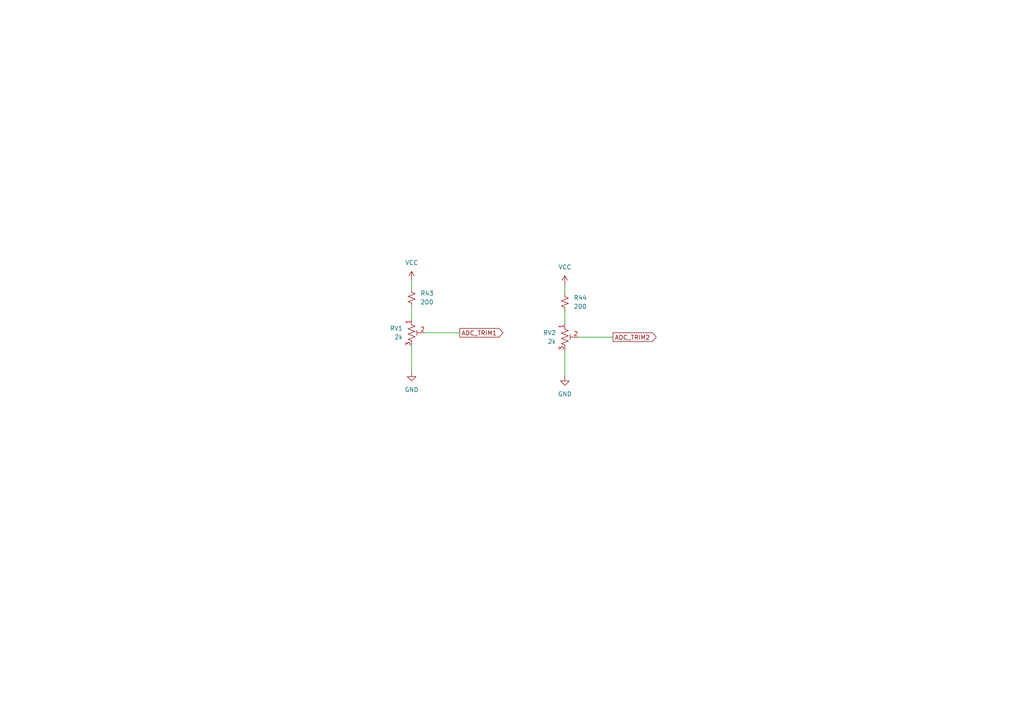
<source format=kicad_sch>
(kicad_sch (version 20250114) (generator "eeschema") (generator_version "9.0")
  (paper "A4")
  (lib_symbols
    (symbol "Device:R_Potentiometer_Trim_US" (pin_names (offset 1.016) (hide yes))
      (property "Reference" "RV" (at -4.445 0 90))
      (property "Value" "R_Potentiometer_Trim_US" (at -2.54 0 90))
      (symbol "R_Potentiometer_Trim_US_0_1"
        (polyline (pts (xy 0 2.286) (xy 0 2.54)))
        (polyline (pts (xy 0 2.286) (xy 1.016 1.905) (xy 0 1.524) (xy -1.016 1.143) (xy 0 0.762)))
        (polyline (pts (xy 0 0.762) (xy 1.016 0.381) (xy 0 0) (xy -1.016 -0.381) (xy 0 -0.762)))
        (polyline (pts (xy 0 -0.762) (xy 1.016 -1.143) (xy 0 -1.524) (xy -1.016 -1.905) (xy 0 -2.286)))
        (polyline (pts (xy 0 -2.286) (xy 0 -2.54)))
        (polyline (pts (xy 1.524 0.762) (xy 1.524 -0.762)))
        (polyline (pts (xy 2.54 0) (xy 1.524 0)))
      )
      (symbol "R_Potentiometer_Trim_US_1_1"
        (pin passive line (at 0 3.81 270) (length 1.27) (name "1") (number "1"))
        (pin passive line (at 0 -3.81 90) (length 1.27) (name "3") (number "3"))
        (pin passive line (at 3.81 0 180) (length 1.27) (name "2") (number "2"))
      )
    )
    (symbol "Device:R_Small_US" (pin_numbers (hide yes)) (pin_names (offset 0.254) (hide yes))
      (property "Reference" "R" (at 0.762 0.508 0))
      (property "Value" "R_Small_US" (at 0.762 -1.016 0))
      (symbol "R_Small_US_1_1"
        (polyline (pts (xy 0 1.524) (xy 1.016 1.143) (xy 0 0.762) (xy -1.016 0.381) (xy 0 0)))
        (polyline (pts (xy 0 0) (xy 1.016 -0.381) (xy 0 -0.762) (xy -1.016 -1.143) (xy 0 -1.524)))
        (pin passive line (at 0 2.54 270) (length 1.016) (name "~") (number "1"))
        (pin passive line (at 0 -2.54 90) (length 1.016) (name "~") (number "2"))
      )
    )
    (symbol "power:GND" (power) (pin_numbers (hide yes)) (pin_names (offset 0) (hide yes))
      (property "Value" "GND" (at 0 -3.81 0))
      (symbol "GND_0_1"
        (polyline (pts (xy 0 0) (xy 0 -1.27) (xy 1.27 -1.27) (xy 0 -2.54) (xy -1.27 -1.27) (xy 0 -1.27)))
      )
      (symbol "GND_1_1"
        (pin power_in line (at 0 0 270) (length 0) (name "~") (number "1"))
      )
    )
    (symbol "power:VCC" (power) (pin_numbers (hide yes)) (pin_names (offset 0) (hide yes))
      (property "Value" "VCC" (at 0 3.556 0))
      (symbol "VCC_0_1"
        (polyline (pts (xy -0.762 1.27) (xy 0 2.54)))
        (polyline (pts (xy 0 2.54) (xy 0.762 1.27)))
        (polyline (pts (xy 0 0) (xy 0 2.54)))
      )
      (symbol "VCC_1_1"
        (pin power_in line (at 0 0 90) (length 0) (name "~") (number "1"))
      )
    )
  )
  (wire (pts (xy 123.19 96.52) (xy 133.35 96.52)))
  (wire (pts (xy 163.83 101.6) (xy 163.83 109.22)))
  (wire (pts (xy 119.38 88.9) (xy 119.38 92.71)))
  (wire (pts (xy 163.83 82.55) (xy 163.83 85.09)))
  (wire (pts (xy 167.64 97.79) (xy 177.8 97.79)))
  (wire (pts (xy 119.38 81.28) (xy 119.38 83.82)))
  (wire (pts (xy 163.83 90.17) (xy 163.83 93.98)))
  (wire (pts (xy 119.38 100.33) (xy 119.38 107.95)))
  (global_label "ADC_TRIM1" (shape output) (at 133.35 96.52 0) (property "Intersheetrefs" "${INTERSHEET_REFS}" (effects (hide yes))))
  (global_label "ADC_TRIM2" (shape output) (at 177.8 97.79 0) (property "Intersheetrefs" "${INTERSHEET_REFS}" (effects (hide yes))))
  (symbol (lib_id "Device:R_Small_US") (at 119.38 86.36 0) (unit 1)
    (property "Reference" "R43" (at 121.92 85.0899 0) (effects (justify left)))
    (property "Value" "200" (at 121.92 87.6299 0) (effects (justify left)))
    (property "Description" "Resistor, small US symbol" (effects (hide yes)))
  )
  (symbol (lib_id "power:VCC") (at 163.83 82.55 0) (unit 1)
    (property "Reference" "#PWR027" (effects (hide yes)))
    (property "Value" "VCC" (at 163.83 77.47 0))
    (property "Description" "Power symbol creates a global label with name \"VCC\"" (effects (hide yes)))
  )
  (symbol (lib_id "Device:R_Potentiometer_Trim_US") (at 163.83 97.79 0) (unit 1)
    (property "Reference" "RV2" (at 161.29 96.5199 0) (effects (justify right)))
    (property "Value" "2k" (at 161.29 99.0599 0) (effects (justify right)))
    (property "Datasheet" "https://www.digikey.com.br/pt/products/detail/bourns-inc/TC33X-2-202E/612860" (effects (hide yes)))
    (property "Description" "Trim-potentiometer, US symbol" (effects (hide yes)))
  )
  (symbol (lib_id "power:VCC") (at 119.38 81.28 0) (unit 1)
    (property "Reference" "#PWR025" (effects (hide yes)))
    (property "Value" "VCC" (at 119.38 76.2 0))
    (property "Description" "Power symbol creates a global label with name \"VCC\"" (effects (hide yes)))
  )
  (symbol (lib_id "power:GND") (at 163.83 109.22 0) (unit 1)
    (property "Reference" "#PWR028" (effects (hide yes)))
    (property "Value" "GND" (at 163.83 114.3 0))
    (property "Description" "Power symbol creates a global label with name \"GND\" , ground" (effects (hide yes)))
  )
  (symbol (lib_id "Device:R_Potentiometer_Trim_US") (at 119.38 96.52 0) (unit 1)
    (property "Reference" "RV1" (at 116.84 95.2499 0) (effects (justify right)))
    (property "Value" "2k" (at 116.84 97.7899 0) (effects (justify right)))
    (property "Datasheet" "https://www.digikey.com.br/pt/products/detail/bourns-inc/TC33X-2-202E/612860" (effects (hide yes)))
    (property "Description" "Trim-potentiometer, US symbol" (effects (hide yes)))
  )
  (symbol (lib_id "power:GND") (at 119.38 107.95 0) (unit 1)
    (property "Reference" "#PWR026" (effects (hide yes)))
    (property "Value" "GND" (at 119.38 113.03 0))
    (property "Description" "Power symbol creates a global label with name \"GND\" , ground" (effects (hide yes)))
  )
  (symbol (lib_id "Device:R_Small_US") (at 163.83 87.63 0) (unit 1)
    (property "Reference" "R44" (at 166.37 86.3599 0) (effects (justify left)))
    (property "Value" "200" (at 166.37 88.8999 0) (effects (justify left)))
    (property "Description" "Resistor, small US symbol" (effects (hide yes)))
  )
)
</source>
